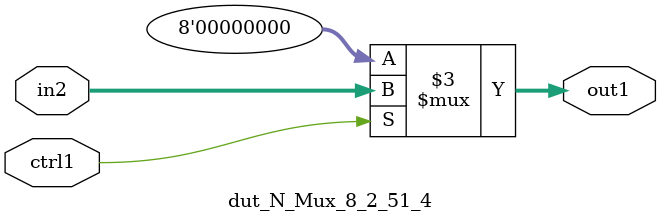
<source format=v>

`timescale 1ps / 1ps


module dut_N_Mux_8_2_51_4( in2, ctrl1, out1 );

    input [7:0] in2;
    input ctrl1;
    output [7:0] out1;
    reg [7:0] out1;

    
    // rtl_process:dut_N_Mux_8_2_51_4/dut_N_Mux_8_2_51_4_thread_1
    always @*
      begin : dut_N_Mux_8_2_51_4_thread_1
        case (ctrl1) 
          1'b1: 
            begin
              out1 = in2;
            end
          default: 
            begin
              out1 = 8'd000;
            end
        endcase
      end

endmodule




</source>
